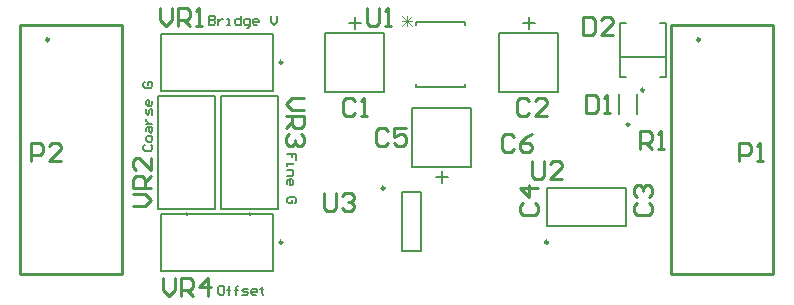
<source format=gbr>
%TF.GenerationSoftware,Altium Limited,Altium Designer,22.9.1 (49)*%
G04 Layer_Color=65535*
%FSLAX26Y26*%
%MOIN*%
%TF.SameCoordinates,1DAB686F-CFF3-4EBC-B241-DE3F9B15245D*%
%TF.FilePolarity,Positive*%
%TF.FileFunction,Legend,Top*%
%TF.Part,Single*%
G01*
G75*
%TA.AperFunction,NonConductor*%
%ADD29C,0.010000*%
%ADD30C,0.005000*%
%ADD31C,0.009842*%
%ADD32C,0.007874*%
%ADD33C,0.006000*%
%ADD34C,0.003000*%
D29*
X2590000Y2875000D02*
G03*
X2590000Y2875000I-5000J0D01*
G01*
X4760000D02*
G03*
X4760000Y2875000I-5000J0D01*
G01*
X2495000Y2925000D02*
X2660000D01*
X2495000Y2095000D02*
Y2925000D01*
Y2095000D02*
X2835000D01*
Y2925000D01*
X2660000D02*
X2835000D01*
X4665000D02*
X4830000D01*
X4665000Y2095000D02*
Y2925000D01*
Y2095000D02*
X5005000D01*
Y2925000D01*
X4830000D02*
X5005000D01*
X3650013Y2979990D02*
Y2930006D01*
X3660010Y2920010D01*
X3680003D01*
X3690000Y2930006D01*
Y2979990D01*
X3709994Y2920010D02*
X3729987D01*
X3719990D01*
Y2979990D01*
X3709994Y2969994D01*
X2970026Y2079990D02*
Y2040003D01*
X2990019Y2020010D01*
X3010013Y2040003D01*
Y2079990D01*
X3030006Y2020010D02*
Y2079990D01*
X3059997D01*
X3069994Y2069994D01*
Y2050000D01*
X3059997Y2040003D01*
X3030006D01*
X3050000D02*
X3069994Y2020010D01*
X3119977D02*
Y2079990D01*
X3089987Y2050000D01*
X3129974D01*
X3439990Y2679974D02*
X3400003D01*
X3380010Y2659981D01*
X3400003Y2639987D01*
X3439990D01*
X3380010Y2619993D02*
X3439990D01*
Y2590003D01*
X3429994Y2580006D01*
X3410000D01*
X3400003Y2590003D01*
Y2619993D01*
Y2600000D02*
X3380010Y2580006D01*
X3429994Y2560013D02*
X3439990Y2550016D01*
Y2530023D01*
X3429994Y2520026D01*
X3419997D01*
X3410000Y2530023D01*
Y2540019D01*
Y2530023D01*
X3400003Y2520026D01*
X3390007D01*
X3380010Y2530023D01*
Y2550016D01*
X3390007Y2560013D01*
X2870010Y2320026D02*
X2909997D01*
X2929990Y2340019D01*
X2909997Y2360013D01*
X2870010D01*
X2929990Y2380006D02*
X2870010D01*
Y2409997D01*
X2880006Y2419994D01*
X2900000D01*
X2909997Y2409997D01*
Y2380006D01*
Y2400000D02*
X2929990Y2419994D01*
Y2479974D02*
Y2439987D01*
X2890003Y2479974D01*
X2880006D01*
X2870010Y2469977D01*
Y2449984D01*
X2880006Y2439987D01*
X2960023Y2979990D02*
Y2940003D01*
X2980016Y2920010D01*
X3000010Y2940003D01*
Y2979990D01*
X3020003Y2920010D02*
Y2979990D01*
X3049994D01*
X3059990Y2969994D01*
Y2950000D01*
X3049994Y2940003D01*
X3020003D01*
X3039997D02*
X3059990Y2920010D01*
X3079984D02*
X3099977D01*
X3089981D01*
Y2979990D01*
X3079984Y2969994D01*
X3506473Y2364990D02*
Y2315006D01*
X3516470Y2305010D01*
X3536463D01*
X3546460Y2315006D01*
Y2364990D01*
X3566454Y2354994D02*
X3576450Y2364990D01*
X3596444D01*
X3606441Y2354994D01*
Y2344997D01*
X3596444Y2335000D01*
X3586447D01*
X3596444D01*
X3606441Y2325003D01*
Y2315006D01*
X3596444Y2305010D01*
X3576450D01*
X3566454Y2315006D01*
X4200016Y2469990D02*
Y2420006D01*
X4210013Y2410010D01*
X4230007D01*
X4240003Y2420006D01*
Y2469990D01*
X4299984Y2410010D02*
X4259997D01*
X4299984Y2449997D01*
Y2459994D01*
X4289987Y2469990D01*
X4269994D01*
X4259997Y2459994D01*
X4560013Y2510010D02*
Y2569990D01*
X4590003D01*
X4600000Y2559994D01*
Y2540000D01*
X4590003Y2530003D01*
X4560013D01*
X4580007D02*
X4600000Y2510010D01*
X4619994D02*
X4639987D01*
X4629990D01*
Y2569990D01*
X4619994Y2559994D01*
X2530016Y2470010D02*
Y2529990D01*
X2560006D01*
X2570003Y2519994D01*
Y2500000D01*
X2560006Y2490003D01*
X2530016D01*
X2629984Y2470010D02*
X2589997D01*
X2629984Y2509997D01*
Y2519994D01*
X2619987Y2529990D01*
X2599994D01*
X2589997Y2519994D01*
X4890013Y2470010D02*
Y2529990D01*
X4920003D01*
X4930000Y2519994D01*
Y2500000D01*
X4920003Y2490003D01*
X4890013D01*
X4949994Y2470010D02*
X4969987D01*
X4959990D01*
Y2529990D01*
X4949994Y2519994D01*
X4370016Y2949990D02*
Y2890010D01*
X4400007D01*
X4410003Y2900006D01*
Y2939994D01*
X4400007Y2949990D01*
X4370016D01*
X4469984Y2890010D02*
X4429997D01*
X4469984Y2929997D01*
Y2939994D01*
X4459987Y2949990D01*
X4439994D01*
X4429997Y2939994D01*
X4380013Y2689990D02*
Y2630010D01*
X4410003D01*
X4420000Y2640006D01*
Y2679994D01*
X4410003Y2689990D01*
X4380013D01*
X4439994Y2630010D02*
X4459987D01*
X4449990D01*
Y2689990D01*
X4439994Y2679994D01*
X4140003Y2549994D02*
X4130007Y2559990D01*
X4110013D01*
X4100016Y2549994D01*
Y2510006D01*
X4110013Y2500010D01*
X4130007D01*
X4140003Y2510006D01*
X4199984Y2559990D02*
X4179990Y2549994D01*
X4159997Y2530000D01*
Y2510006D01*
X4169994Y2500010D01*
X4189987D01*
X4199984Y2510006D01*
Y2520003D01*
X4189987Y2530000D01*
X4159997D01*
X3720003Y2569994D02*
X3710006Y2579990D01*
X3690013D01*
X3680016Y2569994D01*
Y2530006D01*
X3690013Y2520010D01*
X3710006D01*
X3720003Y2530006D01*
X3779984Y2579990D02*
X3739997D01*
Y2550000D01*
X3759990Y2559997D01*
X3769987D01*
X3779984Y2550000D01*
Y2530006D01*
X3769987Y2520010D01*
X3749994D01*
X3739997Y2530006D01*
X4170007Y2330003D02*
X4160010Y2320006D01*
Y2300013D01*
X4170007Y2290016D01*
X4209993D01*
X4219990Y2300013D01*
Y2320006D01*
X4209993Y2330003D01*
X4219990Y2379987D02*
X4160010D01*
X4190000Y2349997D01*
Y2389984D01*
X4550007Y2330003D02*
X4540010Y2320006D01*
Y2300013D01*
X4550007Y2290016D01*
X4589993D01*
X4599990Y2300013D01*
Y2320006D01*
X4589993Y2330003D01*
X4550007Y2349997D02*
X4540010Y2359994D01*
Y2379987D01*
X4550007Y2389984D01*
X4560003D01*
X4570000Y2379987D01*
Y2369990D01*
Y2379987D01*
X4579997Y2389984D01*
X4589993D01*
X4599990Y2379987D01*
Y2359994D01*
X4589993Y2349997D01*
X4190003Y2669994D02*
X4180007Y2679990D01*
X4160013D01*
X4150016Y2669994D01*
Y2630006D01*
X4160013Y2620010D01*
X4180007D01*
X4190003Y2630006D01*
X4249984Y2620010D02*
X4209997D01*
X4249984Y2659997D01*
Y2669994D01*
X4239987Y2679990D01*
X4219994D01*
X4209997Y2669994D01*
X3610000D02*
X3600003Y2679990D01*
X3580010D01*
X3570013Y2669994D01*
Y2630006D01*
X3580010Y2620010D01*
X3600003D01*
X3610000Y2630006D01*
X3629994Y2620010D02*
X3649987D01*
X3639990D01*
Y2679990D01*
X3629994Y2669994D01*
D30*
X3144882Y2312402D02*
Y2687598D01*
X2954724Y2312402D02*
X3144882D01*
X2954724Y2687598D02*
X3144882D01*
X2954724Y2312402D02*
Y2687598D01*
X3354882Y2312402D02*
Y2687598D01*
X3164724Y2312402D02*
X3354882D01*
X3164724Y2687598D02*
X3354882D01*
X3164724Y2312402D02*
Y2687598D01*
X3169995Y2054990D02*
X3159998D01*
X3155000Y2049992D01*
Y2029998D01*
X3159998Y2025000D01*
X3169995D01*
X3174994Y2029998D01*
Y2049992D01*
X3169995Y2054990D01*
X3189989Y2025000D02*
Y2049992D01*
Y2039995D01*
X3184990D01*
X3194987D01*
X3189989D01*
Y2049992D01*
X3194987Y2054990D01*
X3214981Y2025000D02*
Y2049992D01*
Y2039995D01*
X3209982D01*
X3219979D01*
X3214981D01*
Y2049992D01*
X3219979Y2054990D01*
X3234974Y2025000D02*
X3249969D01*
X3254968Y2029998D01*
X3249969Y2034997D01*
X3239972D01*
X3234974Y2039995D01*
X3239972Y2044994D01*
X3254968D01*
X3279960Y2025000D02*
X3269963D01*
X3264964Y2029998D01*
Y2039995D01*
X3269963Y2044994D01*
X3279960D01*
X3284958Y2039995D01*
Y2034997D01*
X3264964D01*
X3299953Y2049992D02*
Y2044994D01*
X3294955D01*
X3304952D01*
X3299953D01*
Y2029998D01*
X3304952Y2025000D01*
X3414990Y2475006D02*
Y2495000D01*
X3399995D01*
Y2485003D01*
Y2495000D01*
X3385000D01*
Y2465010D02*
Y2455013D01*
Y2460011D01*
X3404994D01*
Y2465010D01*
X3385000Y2440018D02*
X3404994D01*
Y2425023D01*
X3399995Y2420024D01*
X3385000D01*
Y2395032D02*
Y2405029D01*
X3389998Y2410028D01*
X3399995D01*
X3404994Y2405029D01*
Y2395032D01*
X3399995Y2390034D01*
X3394997D01*
Y2410028D01*
X3409992Y2330053D02*
X3414990Y2335052D01*
Y2345048D01*
X3409992Y2350047D01*
X3389998D01*
X3385000Y2345048D01*
Y2335052D01*
X3389998Y2330053D01*
X3399995D01*
Y2340050D01*
X2910008Y2524994D02*
X2905010Y2519995D01*
Y2509998D01*
X2910008Y2505000D01*
X2930002D01*
X2935000Y2509998D01*
Y2519995D01*
X2930002Y2524994D01*
X2935000Y2539989D02*
Y2549985D01*
X2930002Y2554984D01*
X2920005D01*
X2915006Y2549985D01*
Y2539989D01*
X2920005Y2534990D01*
X2930002D01*
X2935000Y2539989D01*
X2915006Y2569979D02*
Y2579976D01*
X2920005Y2584974D01*
X2935000D01*
Y2569979D01*
X2930002Y2564981D01*
X2925003Y2569979D01*
Y2584974D01*
X2915006Y2594971D02*
X2935000D01*
X2925003D01*
X2920005Y2599969D01*
X2915006Y2604968D01*
Y2609966D01*
X2935000Y2624961D02*
Y2639956D01*
X2930002Y2644955D01*
X2925003Y2639956D01*
Y2629960D01*
X2920005Y2624961D01*
X2915006Y2629960D01*
Y2644955D01*
X2935000Y2669947D02*
Y2659950D01*
X2930002Y2654952D01*
X2920005D01*
X2915006Y2659950D01*
Y2669947D01*
X2920005Y2674945D01*
X2925003D01*
Y2654952D01*
X2910008Y2734926D02*
X2905010Y2729927D01*
Y2719930D01*
X2910008Y2714932D01*
X2930002D01*
X2935000Y2719930D01*
Y2729927D01*
X2930002Y2734926D01*
X2920005D01*
Y2724929D01*
X3125000Y2954987D02*
Y2924997D01*
X3139995D01*
X3144994Y2929995D01*
Y2934994D01*
X3139995Y2939992D01*
X3125000D01*
X3139995D01*
X3144994Y2944990D01*
Y2949989D01*
X3139995Y2954987D01*
X3125000D01*
X3154990Y2944990D02*
Y2924997D01*
Y2934994D01*
X3159989Y2939992D01*
X3164987Y2944990D01*
X3169985D01*
X3184981Y2924997D02*
X3194977D01*
X3189979D01*
Y2944990D01*
X3184981D01*
X3229966Y2954987D02*
Y2924997D01*
X3214971D01*
X3209972Y2929995D01*
Y2939992D01*
X3214971Y2944990D01*
X3229966D01*
X3249960Y2915000D02*
X3254958D01*
X3259956Y2919998D01*
Y2944990D01*
X3244961D01*
X3239963Y2939992D01*
Y2929995D01*
X3244961Y2924997D01*
X3259956D01*
X3284948D02*
X3274952D01*
X3269953Y2929995D01*
Y2939992D01*
X3274952Y2944990D01*
X3284948D01*
X3289947Y2939992D01*
Y2934994D01*
X3269953D01*
X3329934Y2954987D02*
Y2934994D01*
X3339930Y2924997D01*
X3349927Y2934994D01*
Y2954987D01*
D31*
X4253583Y2200000D02*
G03*
X4253583Y2200000I-4921J0D01*
G01*
X3368110Y2800000D02*
G03*
X3368110Y2800000I-4921J0D01*
G01*
X3708465Y2380433D02*
G03*
X3708465Y2380433I-4921J0D01*
G01*
X3368110Y2200000D02*
G03*
X3368110Y2200000I-4921J0D01*
G01*
X4524921Y2593071D02*
G03*
X4524921Y2593071I-4921J0D01*
G01*
X4573937Y2707126D02*
G03*
X4573937Y2707126I-4921J0D01*
G01*
D32*
X3053937Y2293307D02*
G03*
X3053937Y2293307I-3937J0D01*
G01*
X3263937D02*
G03*
X3263937Y2293307I-3937J0D01*
G01*
X4248661Y2255118D02*
X4512441D01*
X4248661Y2381102D02*
X4512441D01*
X4248661Y2255118D02*
Y2381102D01*
X4512441Y2255118D02*
Y2381102D01*
X3337598Y2704724D02*
Y2894882D01*
X2962402Y2704724D02*
X3337598D01*
X2962402Y2894882D02*
X3337598D01*
X2962402Y2704724D02*
Y2894685D01*
X3768504Y2171575D02*
X3831496D01*
X3768504Y2368425D02*
X3831496D01*
Y2171575D02*
Y2368425D01*
X3768504Y2171575D02*
Y2368425D01*
X3998425Y2451575D02*
Y2648425D01*
X3801575Y2451575D02*
X3998425D01*
X3801575D02*
Y2648425D01*
X3998425D01*
X3880315Y2418110D02*
X3919685D01*
X3900000Y2398425D02*
Y2437795D01*
X3511575Y2701575D02*
Y2898425D01*
X3708425D01*
Y2701575D02*
Y2898425D01*
X3511575Y2701575D02*
X3708425D01*
X3590315Y2931890D02*
X3629685D01*
X3610000Y2912205D02*
Y2951575D01*
X4091575Y2701575D02*
Y2898425D01*
X4288425D01*
Y2701575D02*
Y2898425D01*
X4091575Y2701575D02*
X4288425D01*
X4170315Y2931890D02*
X4209685D01*
X4190000Y2912205D02*
Y2951575D01*
X3337598Y2104724D02*
Y2294882D01*
X2962402Y2104724D02*
X3337598D01*
X2962402Y2294882D02*
X3337598D01*
X2962402Y2104724D02*
Y2294685D01*
X4550512Y2626535D02*
Y2693465D01*
X4489488Y2626535D02*
Y2693465D01*
X4496378Y2818347D02*
X4643622D01*
X4492441Y2750039D02*
X4512236D01*
X4627764D02*
X4647559D01*
Y2929961D01*
X4492441D02*
X4512236D01*
X4627764D02*
X4647559D01*
X4492441Y2750039D02*
Y2929961D01*
D33*
X3813000Y2716500D02*
Y2727400D01*
Y2922600D02*
Y2933500D01*
X3977000D01*
Y2716500D02*
Y2727400D01*
X3813000Y2716500D02*
X3977000D01*
Y2922600D02*
Y2933500D01*
D34*
X3767500Y2955653D02*
X3800823Y2922331D01*
X3767500D02*
X3800823Y2955653D01*
X3767500Y2938992D02*
X3800823D01*
X3784161Y2922331D02*
Y2955653D01*
%TF.MD5,f6032a268c17b96a1780ff031389490f*%
M02*

</source>
